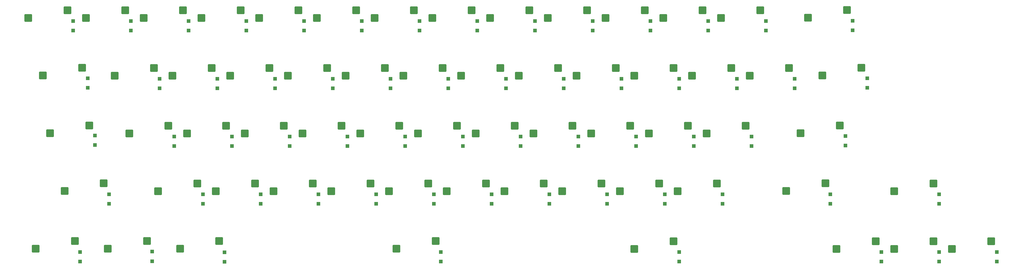
<source format=gbr>
G04 #@! TF.GenerationSoftware,KiCad,Pcbnew,7.0.6*
G04 #@! TF.CreationDate,2023-09-10T15:29:38-07:00*
G04 #@! TF.ProjectId,keyjoy,6b65796a-6f79-42e6-9b69-6361645f7063,rev?*
G04 #@! TF.SameCoordinates,Original*
G04 #@! TF.FileFunction,Paste,Bot*
G04 #@! TF.FilePolarity,Positive*
%FSLAX46Y46*%
G04 Gerber Fmt 4.6, Leading zero omitted, Abs format (unit mm)*
G04 Created by KiCad (PCBNEW 7.0.6) date 2023-09-10 15:29:38*
%MOMM*%
%LPD*%
G01*
G04 APERTURE LIST*
G04 Aperture macros list*
%AMRoundRect*
0 Rectangle with rounded corners*
0 $1 Rounding radius*
0 $2 $3 $4 $5 $6 $7 $8 $9 X,Y pos of 4 corners*
0 Add a 4 corners polygon primitive as box body*
4,1,4,$2,$3,$4,$5,$6,$7,$8,$9,$2,$3,0*
0 Add four circle primitives for the rounded corners*
1,1,$1+$1,$2,$3*
1,1,$1+$1,$4,$5*
1,1,$1+$1,$6,$7*
1,1,$1+$1,$8,$9*
0 Add four rect primitives between the rounded corners*
20,1,$1+$1,$2,$3,$4,$5,0*
20,1,$1+$1,$4,$5,$6,$7,0*
20,1,$1+$1,$6,$7,$8,$9,0*
20,1,$1+$1,$8,$9,$2,$3,0*%
G04 Aperture macros list end*
%ADD10RoundRect,0.250000X-1.025000X-1.000000X1.025000X-1.000000X1.025000X1.000000X-1.025000X1.000000X0*%
%ADD11R,1.200000X1.200000*%
G04 APERTURE END LIST*
D10*
X237562590Y-224002334D03*
D11*
X252367590Y-228152334D03*
D10*
X250489590Y-221462334D03*
D11*
X252367590Y-225002334D03*
D10*
X275662590Y-224002334D03*
D11*
X290467590Y-228152334D03*
D10*
X288589590Y-221462334D03*
D11*
X290467590Y-225002334D03*
D10*
X285187590Y-204952334D03*
D11*
X299992590Y-209102334D03*
D10*
X298114590Y-202412334D03*
D11*
X299992590Y-205952334D03*
D10*
X175650090Y-166852334D03*
D11*
X190455090Y-171002334D03*
D10*
X188577090Y-164312334D03*
D11*
X190455090Y-167852334D03*
D10*
X413865090Y-166782334D03*
X426792090Y-164242334D03*
X189937590Y-204952334D03*
D11*
X204742590Y-209102334D03*
D10*
X202864590Y-202412334D03*
D11*
X204742590Y-205952334D03*
D10*
X304237590Y-204952334D03*
D11*
X319042590Y-209102334D03*
D10*
X317164590Y-202412334D03*
D11*
X319042590Y-205952334D03*
D10*
X318525090Y-185902334D03*
D11*
X333330090Y-190052334D03*
D10*
X331452090Y-183362334D03*
D11*
X333330090Y-186902334D03*
D10*
X182883840Y-242982334D03*
X195810840Y-240442334D03*
X442350090Y-243052334D03*
D11*
X457155090Y-247202334D03*
D10*
X455277090Y-240512334D03*
D11*
X457155090Y-244052334D03*
D10*
X461400090Y-243052334D03*
D11*
X476205090Y-247202334D03*
D10*
X474327090Y-240512334D03*
D11*
X476205090Y-244052334D03*
D10*
X163833840Y-204882334D03*
X176760840Y-202342334D03*
X385200090Y-166852334D03*
D11*
X400005090Y-171002334D03*
D10*
X398127090Y-164312334D03*
D11*
X400005090Y-167852334D03*
D10*
X206696340Y-242982334D03*
X219623340Y-240442334D03*
X313762590Y-224002334D03*
D11*
X328567590Y-228152334D03*
D10*
X326689590Y-221462334D03*
D11*
X328567590Y-225002334D03*
D10*
X411483840Y-204882334D03*
X424410840Y-202342334D03*
X406721340Y-223932334D03*
X419648340Y-221392334D03*
X278133840Y-242982334D03*
X291060840Y-240442334D03*
X251850090Y-166852334D03*
D11*
X266655090Y-171002334D03*
D10*
X264777090Y-164312334D03*
D11*
X266655090Y-167852334D03*
D10*
X218512590Y-224002334D03*
D11*
X233317590Y-228152334D03*
D10*
X231439590Y-221462334D03*
D11*
X233317590Y-225002334D03*
D10*
X351862590Y-224002334D03*
D11*
X366667590Y-228152334D03*
D10*
X364789590Y-221462334D03*
D11*
X366667590Y-225002334D03*
D10*
X213750090Y-166852334D03*
D11*
X228555090Y-171002334D03*
D10*
X226677090Y-164312334D03*
D11*
X228555090Y-167852334D03*
D10*
X270900090Y-166852334D03*
D11*
X285705090Y-171002334D03*
D10*
X283827090Y-164312334D03*
D11*
X285705090Y-167852334D03*
D10*
X161452590Y-185832334D03*
X174379590Y-183292334D03*
X294712590Y-224002334D03*
D11*
X309517590Y-228152334D03*
D10*
X307639590Y-221462334D03*
D11*
X309517590Y-225002334D03*
D10*
X356625090Y-243052334D03*
D11*
X371430090Y-247202334D03*
D10*
X369552090Y-240512334D03*
D11*
X371430090Y-244052334D03*
D10*
X380437590Y-204952334D03*
D11*
X395242590Y-209102334D03*
D10*
X393364590Y-202412334D03*
D11*
X395242590Y-205952334D03*
D10*
X332812590Y-224002334D03*
D11*
X347617590Y-228152334D03*
D10*
X345739590Y-221462334D03*
D11*
X347617590Y-225002334D03*
D10*
X256612590Y-224002334D03*
D11*
X271417590Y-228152334D03*
D10*
X269539590Y-221462334D03*
D11*
X271417590Y-225002334D03*
D10*
X442350090Y-224002334D03*
D11*
X457155090Y-228152334D03*
D10*
X455277090Y-221462334D03*
D11*
X457155090Y-225002334D03*
D10*
X309000090Y-166852334D03*
D11*
X323805090Y-171002334D03*
D10*
X321927090Y-164312334D03*
D11*
X323805090Y-167852334D03*
D10*
X159071340Y-242982334D03*
X171998340Y-240442334D03*
X156600090Y-166852334D03*
D11*
X171405090Y-171002334D03*
D10*
X169527090Y-164312334D03*
D11*
X171405090Y-167852334D03*
D10*
X242325090Y-185902334D03*
D11*
X257130090Y-190052334D03*
D10*
X255252090Y-183362334D03*
D11*
X257130090Y-186902334D03*
D10*
X356625090Y-185902334D03*
D11*
X371430090Y-190052334D03*
D10*
X369552090Y-183362334D03*
D11*
X371430090Y-186902334D03*
D10*
X204225090Y-185902334D03*
D11*
X219030090Y-190052334D03*
D10*
X217152090Y-183362334D03*
D11*
X219030090Y-186902334D03*
D10*
X280425090Y-185902334D03*
D11*
X295230090Y-190052334D03*
D10*
X293352090Y-183362334D03*
D11*
X295230090Y-186902334D03*
D10*
X323287590Y-204952334D03*
D11*
X338092590Y-209102334D03*
D10*
X336214590Y-202412334D03*
D11*
X338092590Y-205952334D03*
D10*
X347100090Y-166852334D03*
D11*
X361905090Y-171002334D03*
D10*
X360027090Y-164312334D03*
D11*
X361905090Y-167852334D03*
D10*
X266137590Y-204952334D03*
D11*
X280942590Y-209102334D03*
D10*
X279064590Y-202412334D03*
D11*
X280942590Y-205952334D03*
D10*
X342337590Y-204952334D03*
D11*
X357142590Y-209102334D03*
D10*
X355264590Y-202412334D03*
D11*
X357142590Y-205952334D03*
D10*
X199462590Y-224002334D03*
D11*
X214267590Y-228152334D03*
D10*
X212389590Y-221462334D03*
D11*
X214267590Y-225002334D03*
D10*
X328050090Y-166852334D03*
D11*
X342855090Y-171002334D03*
D10*
X340977090Y-164312334D03*
D11*
X342855090Y-167852334D03*
D10*
X232800090Y-166852334D03*
D11*
X247605090Y-171002334D03*
D10*
X245727090Y-164312334D03*
D11*
X247605090Y-167852334D03*
D10*
X370912590Y-224002334D03*
D11*
X385717590Y-228152334D03*
D10*
X383839590Y-221462334D03*
D11*
X385717590Y-225002334D03*
D10*
X208987590Y-204952334D03*
D11*
X223792590Y-209102334D03*
D10*
X221914590Y-202412334D03*
D11*
X223792590Y-205952334D03*
D10*
X337575090Y-185902334D03*
D11*
X352380090Y-190052334D03*
D10*
X350502090Y-183362334D03*
D11*
X352380090Y-186902334D03*
D10*
X247087590Y-204952334D03*
D11*
X261892590Y-209102334D03*
D10*
X260014590Y-202412334D03*
D11*
X261892590Y-205952334D03*
D10*
X375675090Y-185902334D03*
D11*
X390480090Y-190052334D03*
D10*
X388602090Y-183362334D03*
D11*
X390480090Y-186902334D03*
D10*
X423300090Y-243052334D03*
D11*
X438105090Y-247202334D03*
D10*
X436227090Y-240512334D03*
D11*
X438105090Y-244052334D03*
D10*
X168596340Y-223932334D03*
X181523340Y-221392334D03*
X418627590Y-185832334D03*
X431554590Y-183292334D03*
X299475090Y-185902334D03*
D11*
X314280090Y-190052334D03*
D10*
X312402090Y-183362334D03*
D11*
X314280090Y-186902334D03*
D10*
X185175090Y-185902334D03*
D11*
X199980090Y-190052334D03*
D10*
X198102090Y-183362334D03*
D11*
X199980090Y-186902334D03*
D10*
X361387590Y-204952334D03*
D11*
X376192590Y-209102334D03*
D10*
X374314590Y-202412334D03*
D11*
X376192590Y-205952334D03*
D10*
X223275090Y-185902334D03*
D11*
X238080090Y-190052334D03*
D10*
X236202090Y-183362334D03*
D11*
X238080090Y-186902334D03*
D10*
X289950090Y-166852334D03*
D11*
X304755090Y-171002334D03*
D10*
X302877090Y-164312334D03*
D11*
X304755090Y-167852334D03*
D10*
X194700090Y-166852334D03*
D11*
X209505090Y-171002334D03*
D10*
X207627090Y-164312334D03*
D11*
X209505090Y-167852334D03*
D10*
X228037590Y-204952334D03*
D11*
X242842590Y-209102334D03*
D10*
X240964590Y-202412334D03*
D11*
X242842590Y-205952334D03*
D10*
X394725090Y-185902334D03*
D11*
X409530090Y-190052334D03*
D10*
X407652090Y-183362334D03*
D11*
X409530090Y-186902334D03*
D10*
X261375090Y-185902334D03*
D11*
X276180090Y-190052334D03*
D10*
X274302090Y-183362334D03*
D11*
X276180090Y-186902334D03*
D10*
X366150090Y-166852334D03*
D11*
X380955090Y-171002334D03*
D10*
X379077090Y-164312334D03*
D11*
X380955090Y-167852334D03*
X428622763Y-170914635D03*
X428622763Y-167764635D03*
X433428817Y-189894003D03*
X433428817Y-186744003D03*
X197534122Y-247064286D03*
X197534122Y-243914286D03*
X183298640Y-228146413D03*
X183298640Y-224996413D03*
X421229467Y-228132573D03*
X421229467Y-224982573D03*
X173734708Y-247162226D03*
X173734708Y-244012226D03*
X176274940Y-189851878D03*
X176274940Y-186701878D03*
X292759326Y-247186273D03*
X292759326Y-244036273D03*
X178632497Y-208768286D03*
X178632497Y-205618286D03*
X426248888Y-208917680D03*
X426248888Y-205767680D03*
X221333537Y-247253170D03*
X221333537Y-244103170D03*
M02*

</source>
